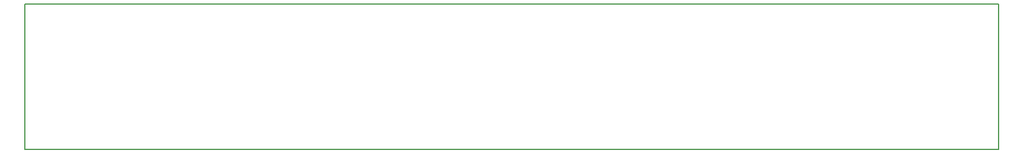
<source format=gbr>
G04 #@! TF.FileFunction,Profile,NP*
%FSLAX46Y46*%
G04 Gerber Fmt 4.6, Leading zero omitted, Abs format (unit mm)*
G04 Created by KiCad (PCBNEW 0.201601131446+6458~42~ubuntu14.04.1-product) date Mon 18 Jan 2016 18:54:52 CET*
%MOMM*%
G01*
G04 APERTURE LIST*
%ADD10C,0.100000*%
%ADD11C,0.200000*%
G04 APERTURE END LIST*
D10*
D11*
X32512000Y-114046000D02*
X32512000Y-92710000D01*
X175260000Y-114046000D02*
X32512000Y-114046000D01*
X175260000Y-113792000D02*
X175260000Y-114046000D01*
X175260000Y-92710000D02*
X175260000Y-113792000D01*
X32512000Y-92710000D02*
X175260000Y-92710000D01*
M02*

</source>
